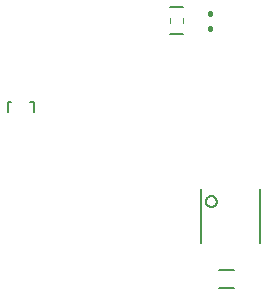
<source format=gbo>
G75*
%MOIN*%
%OFA0B0*%
%FSLAX25Y25*%
%IPPOS*%
%LPD*%
%AMOC8*
5,1,8,0,0,1.08239X$1,22.5*
%
%ADD10C,0.01600*%
%ADD11C,0.00492*%
%ADD12C,0.00500*%
%ADD13C,0.00800*%
%ADD14C,0.00600*%
D10*
X0156422Y0189880D02*
X0156422Y0190120D01*
X0156422Y0194880D02*
X0156422Y0195120D01*
D11*
X0147587Y0193287D02*
X0147587Y0191713D01*
X0143256Y0191713D02*
X0143256Y0193287D01*
D12*
X0143256Y0197028D02*
X0147587Y0197028D01*
X0147587Y0187972D02*
X0143256Y0187972D01*
D13*
X0159422Y0103500D02*
X0164422Y0103500D01*
X0164422Y0109500D02*
X0159422Y0109500D01*
X0097752Y0162106D02*
X0097752Y0165256D01*
X0096571Y0165256D01*
X0090272Y0165256D02*
X0089091Y0165256D01*
X0089091Y0162106D01*
D14*
X0153522Y0136487D02*
X0153522Y0118513D01*
X0173322Y0118513D02*
X0173322Y0136487D01*
X0155222Y0132300D02*
X0155224Y0132384D01*
X0155230Y0132469D01*
X0155240Y0132552D01*
X0155254Y0132636D01*
X0155271Y0132718D01*
X0155293Y0132800D01*
X0155318Y0132880D01*
X0155347Y0132959D01*
X0155380Y0133037D01*
X0155416Y0133113D01*
X0155456Y0133188D01*
X0155500Y0133260D01*
X0155546Y0133331D01*
X0155596Y0133399D01*
X0155649Y0133464D01*
X0155705Y0133527D01*
X0155764Y0133588D01*
X0155826Y0133645D01*
X0155890Y0133700D01*
X0155957Y0133751D01*
X0156026Y0133800D01*
X0156098Y0133845D01*
X0156171Y0133886D01*
X0156246Y0133924D01*
X0156323Y0133959D01*
X0156402Y0133990D01*
X0156482Y0134017D01*
X0156563Y0134040D01*
X0156645Y0134060D01*
X0156728Y0134076D01*
X0156811Y0134088D01*
X0156896Y0134096D01*
X0156980Y0134100D01*
X0157064Y0134100D01*
X0157148Y0134096D01*
X0157233Y0134088D01*
X0157316Y0134076D01*
X0157399Y0134060D01*
X0157481Y0134040D01*
X0157562Y0134017D01*
X0157642Y0133990D01*
X0157721Y0133959D01*
X0157798Y0133924D01*
X0157873Y0133886D01*
X0157946Y0133845D01*
X0158018Y0133800D01*
X0158087Y0133751D01*
X0158154Y0133700D01*
X0158218Y0133645D01*
X0158280Y0133588D01*
X0158339Y0133527D01*
X0158395Y0133464D01*
X0158448Y0133399D01*
X0158498Y0133331D01*
X0158544Y0133260D01*
X0158588Y0133188D01*
X0158628Y0133113D01*
X0158664Y0133037D01*
X0158697Y0132959D01*
X0158726Y0132880D01*
X0158751Y0132800D01*
X0158773Y0132718D01*
X0158790Y0132636D01*
X0158804Y0132552D01*
X0158814Y0132469D01*
X0158820Y0132384D01*
X0158822Y0132300D01*
X0158820Y0132216D01*
X0158814Y0132131D01*
X0158804Y0132048D01*
X0158790Y0131964D01*
X0158773Y0131882D01*
X0158751Y0131800D01*
X0158726Y0131720D01*
X0158697Y0131641D01*
X0158664Y0131563D01*
X0158628Y0131487D01*
X0158588Y0131412D01*
X0158544Y0131340D01*
X0158498Y0131269D01*
X0158448Y0131201D01*
X0158395Y0131136D01*
X0158339Y0131073D01*
X0158280Y0131012D01*
X0158218Y0130955D01*
X0158154Y0130900D01*
X0158087Y0130849D01*
X0158018Y0130800D01*
X0157946Y0130755D01*
X0157873Y0130714D01*
X0157798Y0130676D01*
X0157721Y0130641D01*
X0157642Y0130610D01*
X0157562Y0130583D01*
X0157481Y0130560D01*
X0157399Y0130540D01*
X0157316Y0130524D01*
X0157233Y0130512D01*
X0157148Y0130504D01*
X0157064Y0130500D01*
X0156980Y0130500D01*
X0156896Y0130504D01*
X0156811Y0130512D01*
X0156728Y0130524D01*
X0156645Y0130540D01*
X0156563Y0130560D01*
X0156482Y0130583D01*
X0156402Y0130610D01*
X0156323Y0130641D01*
X0156246Y0130676D01*
X0156171Y0130714D01*
X0156098Y0130755D01*
X0156026Y0130800D01*
X0155957Y0130849D01*
X0155890Y0130900D01*
X0155826Y0130955D01*
X0155764Y0131012D01*
X0155705Y0131073D01*
X0155649Y0131136D01*
X0155596Y0131201D01*
X0155546Y0131269D01*
X0155500Y0131340D01*
X0155456Y0131412D01*
X0155416Y0131487D01*
X0155380Y0131563D01*
X0155347Y0131641D01*
X0155318Y0131720D01*
X0155293Y0131800D01*
X0155271Y0131882D01*
X0155254Y0131964D01*
X0155240Y0132048D01*
X0155230Y0132131D01*
X0155224Y0132216D01*
X0155222Y0132300D01*
M02*

</source>
